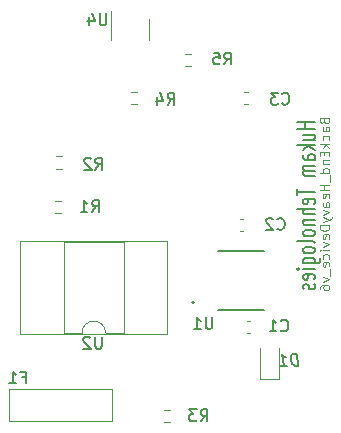
<source format=gbo>
G04 #@! TF.GenerationSoftware,KiCad,Pcbnew,6.0.5-a6ca702e91~116~ubuntu20.04.1*
G04 #@! TF.CreationDate,2022-06-20T16:09:36+05:30*
G04 #@! TF.ProjectId,BackEnd_HeavyDevice_v6,4261636b-456e-4645-9f48-656176794465,rev?*
G04 #@! TF.SameCoordinates,Original*
G04 #@! TF.FileFunction,Legend,Bot*
G04 #@! TF.FilePolarity,Positive*
%FSLAX46Y46*%
G04 Gerber Fmt 4.6, Leading zero omitted, Abs format (unit mm)*
G04 Created by KiCad (PCBNEW 6.0.5-a6ca702e91~116~ubuntu20.04.1) date 2022-06-20 16:09:36*
%MOMM*%
%LPD*%
G01*
G04 APERTURE LIST*
%ADD10C,0.150000*%
%ADD11C,0.100000*%
%ADD12C,0.120000*%
%ADD13C,0.127000*%
%ADD14C,0.200000*%
G04 APERTURE END LIST*
D10*
X142913491Y-109345340D02*
X141413491Y-109345340D01*
X142127777Y-109345340D02*
X142127777Y-109916769D01*
X142913491Y-109916769D02*
X141413491Y-109916769D01*
X141913491Y-110821531D02*
X142913491Y-110821531D01*
X141913491Y-110392960D02*
X142699205Y-110392960D01*
X142842062Y-110440579D01*
X142913491Y-110535817D01*
X142913491Y-110678674D01*
X142842062Y-110773912D01*
X142770634Y-110821531D01*
X142913491Y-111297721D02*
X141413491Y-111297721D01*
X142342062Y-111392960D02*
X142913491Y-111678674D01*
X141913491Y-111678674D02*
X142484920Y-111297721D01*
X142913491Y-112535817D02*
X142127777Y-112535817D01*
X141984920Y-112488198D01*
X141913491Y-112392960D01*
X141913491Y-112202483D01*
X141984920Y-112107245D01*
X142842062Y-112535817D02*
X142913491Y-112440579D01*
X142913491Y-112202483D01*
X142842062Y-112107245D01*
X142699205Y-112059626D01*
X142556348Y-112059626D01*
X142413491Y-112107245D01*
X142342062Y-112202483D01*
X142342062Y-112440579D01*
X142270634Y-112535817D01*
X142913491Y-113012007D02*
X141913491Y-113012007D01*
X142056348Y-113012007D02*
X141984920Y-113059626D01*
X141913491Y-113154864D01*
X141913491Y-113297721D01*
X141984920Y-113392960D01*
X142127777Y-113440579D01*
X142913491Y-113440579D01*
X142127777Y-113440579D02*
X141984920Y-113488198D01*
X141913491Y-113583436D01*
X141913491Y-113726293D01*
X141984920Y-113821531D01*
X142127777Y-113869150D01*
X142913491Y-113869150D01*
X141413491Y-114964388D02*
X141413491Y-115535817D01*
X142913491Y-115250102D02*
X141413491Y-115250102D01*
X142842062Y-116250102D02*
X142913491Y-116154864D01*
X142913491Y-115964388D01*
X142842062Y-115869150D01*
X142699205Y-115821531D01*
X142127777Y-115821531D01*
X141984920Y-115869150D01*
X141913491Y-115964388D01*
X141913491Y-116154864D01*
X141984920Y-116250102D01*
X142127777Y-116297721D01*
X142270634Y-116297721D01*
X142413491Y-115821531D01*
X142913491Y-116726293D02*
X141413491Y-116726293D01*
X142913491Y-117154864D02*
X142127777Y-117154864D01*
X141984920Y-117107245D01*
X141913491Y-117012007D01*
X141913491Y-116869150D01*
X141984920Y-116773912D01*
X142056348Y-116726293D01*
X141913491Y-117631055D02*
X142913491Y-117631055D01*
X142056348Y-117631055D02*
X141984920Y-117678674D01*
X141913491Y-117773912D01*
X141913491Y-117916769D01*
X141984920Y-118012007D01*
X142127777Y-118059626D01*
X142913491Y-118059626D01*
X142913491Y-118678674D02*
X142842062Y-118583436D01*
X142770634Y-118535817D01*
X142627777Y-118488198D01*
X142199205Y-118488198D01*
X142056348Y-118535817D01*
X141984920Y-118583436D01*
X141913491Y-118678674D01*
X141913491Y-118821531D01*
X141984920Y-118916769D01*
X142056348Y-118964388D01*
X142199205Y-119012007D01*
X142627777Y-119012007D01*
X142770634Y-118964388D01*
X142842062Y-118916769D01*
X142913491Y-118821531D01*
X142913491Y-118678674D01*
X142913491Y-119583436D02*
X142842062Y-119488198D01*
X142699205Y-119440579D01*
X141413491Y-119440579D01*
X142913491Y-120107245D02*
X142842062Y-120012007D01*
X142770634Y-119964388D01*
X142627777Y-119916769D01*
X142199205Y-119916769D01*
X142056348Y-119964388D01*
X141984920Y-120012007D01*
X141913491Y-120107245D01*
X141913491Y-120250102D01*
X141984920Y-120345340D01*
X142056348Y-120392960D01*
X142199205Y-120440579D01*
X142627777Y-120440579D01*
X142770634Y-120392960D01*
X142842062Y-120345340D01*
X142913491Y-120250102D01*
X142913491Y-120107245D01*
X141913491Y-121297721D02*
X143127777Y-121297721D01*
X143270634Y-121250102D01*
X143342062Y-121202483D01*
X143413491Y-121107245D01*
X143413491Y-120964388D01*
X143342062Y-120869150D01*
X142842062Y-121297721D02*
X142913491Y-121202483D01*
X142913491Y-121012007D01*
X142842062Y-120916769D01*
X142770634Y-120869150D01*
X142627777Y-120821531D01*
X142199205Y-120821531D01*
X142056348Y-120869150D01*
X141984920Y-120916769D01*
X141913491Y-121012007D01*
X141913491Y-121202483D01*
X141984920Y-121297721D01*
X142913491Y-121773912D02*
X141913491Y-121773912D01*
X141413491Y-121773912D02*
X141484920Y-121726293D01*
X141556348Y-121773912D01*
X141484920Y-121821531D01*
X141413491Y-121773912D01*
X141556348Y-121773912D01*
X142842062Y-122631055D02*
X142913491Y-122535817D01*
X142913491Y-122345340D01*
X142842062Y-122250102D01*
X142699205Y-122202483D01*
X142127777Y-122202483D01*
X141984920Y-122250102D01*
X141913491Y-122345340D01*
X141913491Y-122535817D01*
X141984920Y-122631055D01*
X142127777Y-122678674D01*
X142270634Y-122678674D01*
X142413491Y-122202483D01*
X142842062Y-123059626D02*
X142913491Y-123154864D01*
X142913491Y-123345340D01*
X142842062Y-123440579D01*
X142699205Y-123488198D01*
X142627777Y-123488198D01*
X142484920Y-123440579D01*
X142413491Y-123345340D01*
X142413491Y-123202483D01*
X142342062Y-123107245D01*
X142199205Y-123059626D01*
X142127777Y-123059626D01*
X141984920Y-123107245D01*
X141913491Y-123202483D01*
X141913491Y-123345340D01*
X141984920Y-123440579D01*
D11*
X143729717Y-109248816D02*
X143767812Y-109363101D01*
X143805907Y-109401197D01*
X143882098Y-109439292D01*
X143996383Y-109439292D01*
X144072574Y-109401197D01*
X144110669Y-109363101D01*
X144148764Y-109286911D01*
X144148764Y-108982149D01*
X143348764Y-108982149D01*
X143348764Y-109248816D01*
X143386860Y-109325006D01*
X143424955Y-109363101D01*
X143501145Y-109401197D01*
X143577336Y-109401197D01*
X143653526Y-109363101D01*
X143691621Y-109325006D01*
X143729717Y-109248816D01*
X143729717Y-108982149D01*
X144148764Y-110125006D02*
X143729717Y-110125006D01*
X143653526Y-110086911D01*
X143615431Y-110010720D01*
X143615431Y-109858340D01*
X143653526Y-109782149D01*
X144110669Y-110125006D02*
X144148764Y-110048816D01*
X144148764Y-109858340D01*
X144110669Y-109782149D01*
X144034479Y-109744054D01*
X143958288Y-109744054D01*
X143882098Y-109782149D01*
X143844002Y-109858340D01*
X143844002Y-110048816D01*
X143805907Y-110125006D01*
X144110669Y-110848816D02*
X144148764Y-110772625D01*
X144148764Y-110620244D01*
X144110669Y-110544054D01*
X144072574Y-110505959D01*
X143996383Y-110467863D01*
X143767812Y-110467863D01*
X143691621Y-110505959D01*
X143653526Y-110544054D01*
X143615431Y-110620244D01*
X143615431Y-110772625D01*
X143653526Y-110848816D01*
X144148764Y-111191673D02*
X143348764Y-111191673D01*
X143844002Y-111267863D02*
X144148764Y-111496435D01*
X143615431Y-111496435D02*
X143920193Y-111191673D01*
X143729717Y-111839292D02*
X143729717Y-112105959D01*
X144148764Y-112220244D02*
X144148764Y-111839292D01*
X143348764Y-111839292D01*
X143348764Y-112220244D01*
X143615431Y-112563101D02*
X144148764Y-112563101D01*
X143691621Y-112563101D02*
X143653526Y-112601197D01*
X143615431Y-112677387D01*
X143615431Y-112791673D01*
X143653526Y-112867863D01*
X143729717Y-112905959D01*
X144148764Y-112905959D01*
X144148764Y-113629768D02*
X143348764Y-113629768D01*
X144110669Y-113629768D02*
X144148764Y-113553578D01*
X144148764Y-113401197D01*
X144110669Y-113325006D01*
X144072574Y-113286911D01*
X143996383Y-113248816D01*
X143767812Y-113248816D01*
X143691621Y-113286911D01*
X143653526Y-113325006D01*
X143615431Y-113401197D01*
X143615431Y-113553578D01*
X143653526Y-113629768D01*
X144224955Y-113820244D02*
X144224955Y-114429768D01*
X144148764Y-114620244D02*
X143348764Y-114620244D01*
X143729717Y-114620244D02*
X143729717Y-115077387D01*
X144148764Y-115077387D02*
X143348764Y-115077387D01*
X144110669Y-115763101D02*
X144148764Y-115686911D01*
X144148764Y-115534530D01*
X144110669Y-115458340D01*
X144034479Y-115420244D01*
X143729717Y-115420244D01*
X143653526Y-115458340D01*
X143615431Y-115534530D01*
X143615431Y-115686911D01*
X143653526Y-115763101D01*
X143729717Y-115801197D01*
X143805907Y-115801197D01*
X143882098Y-115420244D01*
X144148764Y-116486911D02*
X143729717Y-116486911D01*
X143653526Y-116448816D01*
X143615431Y-116372625D01*
X143615431Y-116220244D01*
X143653526Y-116144054D01*
X144110669Y-116486911D02*
X144148764Y-116410720D01*
X144148764Y-116220244D01*
X144110669Y-116144054D01*
X144034479Y-116105959D01*
X143958288Y-116105959D01*
X143882098Y-116144054D01*
X143844002Y-116220244D01*
X143844002Y-116410720D01*
X143805907Y-116486911D01*
X143615431Y-116791673D02*
X144148764Y-116982149D01*
X143615431Y-117172625D01*
X143615431Y-117401197D02*
X144148764Y-117591673D01*
X143615431Y-117782149D02*
X144148764Y-117591673D01*
X144339240Y-117515482D01*
X144377336Y-117477387D01*
X144415431Y-117401197D01*
X144148764Y-118086911D02*
X143348764Y-118086911D01*
X143348764Y-118277387D01*
X143386860Y-118391673D01*
X143463050Y-118467863D01*
X143539240Y-118505959D01*
X143691621Y-118544054D01*
X143805907Y-118544054D01*
X143958288Y-118505959D01*
X144034479Y-118467863D01*
X144110669Y-118391673D01*
X144148764Y-118277387D01*
X144148764Y-118086911D01*
X144110669Y-119191673D02*
X144148764Y-119115482D01*
X144148764Y-118963101D01*
X144110669Y-118886911D01*
X144034479Y-118848816D01*
X143729717Y-118848816D01*
X143653526Y-118886911D01*
X143615431Y-118963101D01*
X143615431Y-119115482D01*
X143653526Y-119191673D01*
X143729717Y-119229768D01*
X143805907Y-119229768D01*
X143882098Y-118848816D01*
X143615431Y-119496435D02*
X144148764Y-119686911D01*
X143615431Y-119877387D01*
X144148764Y-120182149D02*
X143615431Y-120182149D01*
X143348764Y-120182149D02*
X143386860Y-120144054D01*
X143424955Y-120182149D01*
X143386860Y-120220244D01*
X143348764Y-120182149D01*
X143424955Y-120182149D01*
X144110669Y-120905959D02*
X144148764Y-120829768D01*
X144148764Y-120677387D01*
X144110669Y-120601197D01*
X144072574Y-120563101D01*
X143996383Y-120525006D01*
X143767812Y-120525006D01*
X143691621Y-120563101D01*
X143653526Y-120601197D01*
X143615431Y-120677387D01*
X143615431Y-120829768D01*
X143653526Y-120905959D01*
X144110669Y-121553578D02*
X144148764Y-121477387D01*
X144148764Y-121325006D01*
X144110669Y-121248816D01*
X144034479Y-121210720D01*
X143729717Y-121210720D01*
X143653526Y-121248816D01*
X143615431Y-121325006D01*
X143615431Y-121477387D01*
X143653526Y-121553578D01*
X143729717Y-121591673D01*
X143805907Y-121591673D01*
X143882098Y-121210720D01*
X144224955Y-121744054D02*
X144224955Y-122353578D01*
X143615431Y-122467863D02*
X144148764Y-122658340D01*
X143615431Y-122848816D01*
X143348764Y-123496435D02*
X143348764Y-123344054D01*
X143386860Y-123267863D01*
X143424955Y-123229768D01*
X143539240Y-123153578D01*
X143691621Y-123115482D01*
X143996383Y-123115482D01*
X144072574Y-123153578D01*
X144110669Y-123191673D01*
X144148764Y-123267863D01*
X144148764Y-123420244D01*
X144110669Y-123496435D01*
X144072574Y-123534530D01*
X143996383Y-123572625D01*
X143805907Y-123572625D01*
X143729717Y-123534530D01*
X143691621Y-123496435D01*
X143653526Y-123420244D01*
X143653526Y-123267863D01*
X143691621Y-123191673D01*
X143729717Y-123153578D01*
X143805907Y-123115482D01*
D10*
X140166666Y-107757142D02*
X140214285Y-107804761D01*
X140357142Y-107852380D01*
X140452380Y-107852380D01*
X140595238Y-107804761D01*
X140690476Y-107709523D01*
X140738095Y-107614285D01*
X140785714Y-107423809D01*
X140785714Y-107280952D01*
X140738095Y-107090476D01*
X140690476Y-106995238D01*
X140595238Y-106900000D01*
X140452380Y-106852380D01*
X140357142Y-106852380D01*
X140214285Y-106900000D01*
X140166666Y-106947619D01*
X139833333Y-106852380D02*
X139214285Y-106852380D01*
X139547619Y-107233333D01*
X139404761Y-107233333D01*
X139309523Y-107280952D01*
X139261904Y-107328571D01*
X139214285Y-107423809D01*
X139214285Y-107661904D01*
X139261904Y-107757142D01*
X139309523Y-107804761D01*
X139404761Y-107852380D01*
X139690476Y-107852380D01*
X139785714Y-107804761D01*
X139833333Y-107757142D01*
X141532767Y-129952380D02*
X141407767Y-128952380D01*
X141169672Y-128952380D01*
X141032767Y-129000000D01*
X140949434Y-129095238D01*
X140913720Y-129190476D01*
X140889910Y-129380952D01*
X140907767Y-129523809D01*
X140979196Y-129714285D01*
X141038720Y-129809523D01*
X141145863Y-129904761D01*
X141294672Y-129952380D01*
X141532767Y-129952380D01*
X140008958Y-129952380D02*
X140580386Y-129952380D01*
X140294672Y-129952380D02*
X140169672Y-128952380D01*
X140282767Y-129095238D01*
X140389910Y-129190476D01*
X140491101Y-129238095D01*
X118133333Y-130928571D02*
X118466666Y-130928571D01*
X118466666Y-131452380D02*
X118466666Y-130452380D01*
X117990476Y-130452380D01*
X117085714Y-131452380D02*
X117657142Y-131452380D01*
X117371428Y-131452380D02*
X117371428Y-130452380D01*
X117466666Y-130595238D01*
X117561904Y-130690476D01*
X117657142Y-130738095D01*
X135266666Y-104452380D02*
X135600000Y-103976190D01*
X135838095Y-104452380D02*
X135838095Y-103452380D01*
X135457142Y-103452380D01*
X135361904Y-103500000D01*
X135314285Y-103547619D01*
X135266666Y-103642857D01*
X135266666Y-103785714D01*
X135314285Y-103880952D01*
X135361904Y-103928571D01*
X135457142Y-103976190D01*
X135838095Y-103976190D01*
X134361904Y-103452380D02*
X134838095Y-103452380D01*
X134885714Y-103928571D01*
X134838095Y-103880952D01*
X134742857Y-103833333D01*
X134504761Y-103833333D01*
X134409523Y-103880952D01*
X134361904Y-103928571D01*
X134314285Y-104023809D01*
X134314285Y-104261904D01*
X134361904Y-104357142D01*
X134409523Y-104404761D01*
X134504761Y-104452380D01*
X134742857Y-104452380D01*
X134838095Y-104404761D01*
X134885714Y-104357142D01*
X130466666Y-107852380D02*
X130800000Y-107376190D01*
X131038095Y-107852380D02*
X131038095Y-106852380D01*
X130657142Y-106852380D01*
X130561904Y-106900000D01*
X130514285Y-106947619D01*
X130466666Y-107042857D01*
X130466666Y-107185714D01*
X130514285Y-107280952D01*
X130561904Y-107328571D01*
X130657142Y-107376190D01*
X131038095Y-107376190D01*
X129609523Y-107185714D02*
X129609523Y-107852380D01*
X129847619Y-106804761D02*
X130085714Y-107519047D01*
X129466666Y-107519047D01*
X133266666Y-134652380D02*
X133600000Y-134176190D01*
X133838095Y-134652380D02*
X133838095Y-133652380D01*
X133457142Y-133652380D01*
X133361904Y-133700000D01*
X133314285Y-133747619D01*
X133266666Y-133842857D01*
X133266666Y-133985714D01*
X133314285Y-134080952D01*
X133361904Y-134128571D01*
X133457142Y-134176190D01*
X133838095Y-134176190D01*
X132933333Y-133652380D02*
X132314285Y-133652380D01*
X132647619Y-134033333D01*
X132504761Y-134033333D01*
X132409523Y-134080952D01*
X132361904Y-134128571D01*
X132314285Y-134223809D01*
X132314285Y-134461904D01*
X132361904Y-134557142D01*
X132409523Y-134604761D01*
X132504761Y-134652380D01*
X132790476Y-134652380D01*
X132885714Y-134604761D01*
X132933333Y-134557142D01*
X125287944Y-100122740D02*
X125287944Y-100932264D01*
X125240325Y-101027502D01*
X125192706Y-101075121D01*
X125097468Y-101122740D01*
X124906992Y-101122740D01*
X124811754Y-101075121D01*
X124764135Y-101027502D01*
X124716516Y-100932264D01*
X124716516Y-100122740D01*
X123811754Y-100456074D02*
X123811754Y-101122740D01*
X124049849Y-100075121D02*
X124287944Y-100789407D01*
X123668897Y-100789407D01*
X124901624Y-127506400D02*
X124901624Y-128315924D01*
X124854005Y-128411162D01*
X124806386Y-128458781D01*
X124711148Y-128506400D01*
X124520672Y-128506400D01*
X124425434Y-128458781D01*
X124377815Y-128411162D01*
X124330196Y-128315924D01*
X124330196Y-127506400D01*
X123901624Y-127601639D02*
X123854005Y-127554020D01*
X123758767Y-127506400D01*
X123520672Y-127506400D01*
X123425434Y-127554020D01*
X123377815Y-127601639D01*
X123330196Y-127696877D01*
X123330196Y-127792115D01*
X123377815Y-127934972D01*
X123949243Y-128506400D01*
X123330196Y-128506400D01*
X124066666Y-116952380D02*
X124400000Y-116476190D01*
X124638095Y-116952380D02*
X124638095Y-115952380D01*
X124257142Y-115952380D01*
X124161904Y-116000000D01*
X124114285Y-116047619D01*
X124066666Y-116142857D01*
X124066666Y-116285714D01*
X124114285Y-116380952D01*
X124161904Y-116428571D01*
X124257142Y-116476190D01*
X124638095Y-116476190D01*
X123114285Y-116952380D02*
X123685714Y-116952380D01*
X123400000Y-116952380D02*
X123400000Y-115952380D01*
X123495238Y-116095238D01*
X123590476Y-116190476D01*
X123685714Y-116238095D01*
X124366666Y-113352380D02*
X124700000Y-112876190D01*
X124938095Y-113352380D02*
X124938095Y-112352380D01*
X124557142Y-112352380D01*
X124461904Y-112400000D01*
X124414285Y-112447619D01*
X124366666Y-112542857D01*
X124366666Y-112685714D01*
X124414285Y-112780952D01*
X124461904Y-112828571D01*
X124557142Y-112876190D01*
X124938095Y-112876190D01*
X123985714Y-112447619D02*
X123938095Y-112400000D01*
X123842857Y-112352380D01*
X123604761Y-112352380D01*
X123509523Y-112400000D01*
X123461904Y-112447619D01*
X123414285Y-112542857D01*
X123414285Y-112638095D01*
X123461904Y-112780952D01*
X124033333Y-113352380D01*
X123414285Y-113352380D01*
X134261904Y-125852380D02*
X134261904Y-126661904D01*
X134214285Y-126757142D01*
X134166666Y-126804761D01*
X134071428Y-126852380D01*
X133880952Y-126852380D01*
X133785714Y-126804761D01*
X133738095Y-126757142D01*
X133690476Y-126661904D01*
X133690476Y-125852380D01*
X132690476Y-126852380D02*
X133261904Y-126852380D01*
X132976190Y-126852380D02*
X132976190Y-125852380D01*
X133071428Y-125995238D01*
X133166666Y-126090476D01*
X133261904Y-126138095D01*
X140066666Y-126957142D02*
X140114285Y-127004761D01*
X140257142Y-127052380D01*
X140352380Y-127052380D01*
X140495238Y-127004761D01*
X140590476Y-126909523D01*
X140638095Y-126814285D01*
X140685714Y-126623809D01*
X140685714Y-126480952D01*
X140638095Y-126290476D01*
X140590476Y-126195238D01*
X140495238Y-126100000D01*
X140352380Y-126052380D01*
X140257142Y-126052380D01*
X140114285Y-126100000D01*
X140066666Y-126147619D01*
X139114285Y-127052380D02*
X139685714Y-127052380D01*
X139400000Y-127052380D02*
X139400000Y-126052380D01*
X139495238Y-126195238D01*
X139590476Y-126290476D01*
X139685714Y-126338095D01*
X139766666Y-118357142D02*
X139814285Y-118404761D01*
X139957142Y-118452380D01*
X140052380Y-118452380D01*
X140195238Y-118404761D01*
X140290476Y-118309523D01*
X140338095Y-118214285D01*
X140385714Y-118023809D01*
X140385714Y-117880952D01*
X140338095Y-117690476D01*
X140290476Y-117595238D01*
X140195238Y-117500000D01*
X140052380Y-117452380D01*
X139957142Y-117452380D01*
X139814285Y-117500000D01*
X139766666Y-117547619D01*
X139385714Y-117547619D02*
X139338095Y-117500000D01*
X139242857Y-117452380D01*
X139004761Y-117452380D01*
X138909523Y-117500000D01*
X138861904Y-117547619D01*
X138814285Y-117642857D01*
X138814285Y-117738095D01*
X138861904Y-117880952D01*
X139433333Y-118452380D01*
X138814285Y-118452380D01*
D12*
X137246267Y-107810000D02*
X136953733Y-107810000D01*
X137246267Y-106790000D02*
X136953733Y-106790000D01*
X139900000Y-131100000D02*
X139900000Y-128500000D01*
X139900000Y-131100000D02*
X138300000Y-131100000D01*
X138300000Y-131100000D02*
X138300000Y-128500000D01*
X125770000Y-131942000D02*
X117030000Y-131942000D01*
X117030000Y-134658000D02*
X117030000Y-131942000D01*
X117030000Y-134658000D02*
X125770000Y-134658000D01*
X125770000Y-131942000D02*
X125770000Y-134658000D01*
X132454724Y-104622500D02*
X131945276Y-104622500D01*
X132454724Y-103577500D02*
X131945276Y-103577500D01*
X127854724Y-107822500D02*
X127345276Y-107822500D01*
X127854724Y-106777500D02*
X127345276Y-106777500D01*
X130654724Y-133677500D02*
X130145276Y-133677500D01*
X130654724Y-134722500D02*
X130145276Y-134722500D01*
X128917000Y-100574000D02*
X128917000Y-102374000D01*
X125697000Y-102374000D02*
X125697000Y-99924000D01*
X130456000Y-119392000D02*
X130456000Y-127252000D01*
X130456000Y-127252000D02*
X117986000Y-127252000D01*
X121686000Y-119452000D02*
X126756000Y-119452000D01*
X126756000Y-127192000D02*
X125221000Y-127192000D01*
X121686000Y-127192000D02*
X121686000Y-119452000D01*
X123221000Y-127192000D02*
X121686000Y-127192000D01*
X117986000Y-119392000D02*
X130456000Y-119392000D01*
X126756000Y-119452000D02*
X126756000Y-127192000D01*
X117986000Y-127252000D02*
X117986000Y-119392000D01*
X125221000Y-127192000D02*
G75*
G03*
X123221000Y-127192000I-1000000J0D01*
G01*
X120945276Y-115977500D02*
X121454724Y-115977500D01*
X120945276Y-117022500D02*
X121454724Y-117022500D01*
X121000276Y-112228500D02*
X121509724Y-112228500D01*
X121000276Y-113273500D02*
X121509724Y-113273500D01*
D13*
X134725000Y-125265000D02*
X138625000Y-125265000D01*
X134725000Y-120215000D02*
X138625000Y-120215000D01*
D14*
X132711000Y-124610000D02*
G75*
G03*
X132711000Y-124610000I-100000J0D01*
G01*
D12*
X137446267Y-127210000D02*
X137153733Y-127210000D01*
X137446267Y-126190000D02*
X137153733Y-126190000D01*
X136872267Y-118584000D02*
X136579733Y-118584000D01*
X136872267Y-117564000D02*
X136579733Y-117564000D01*
M02*

</source>
